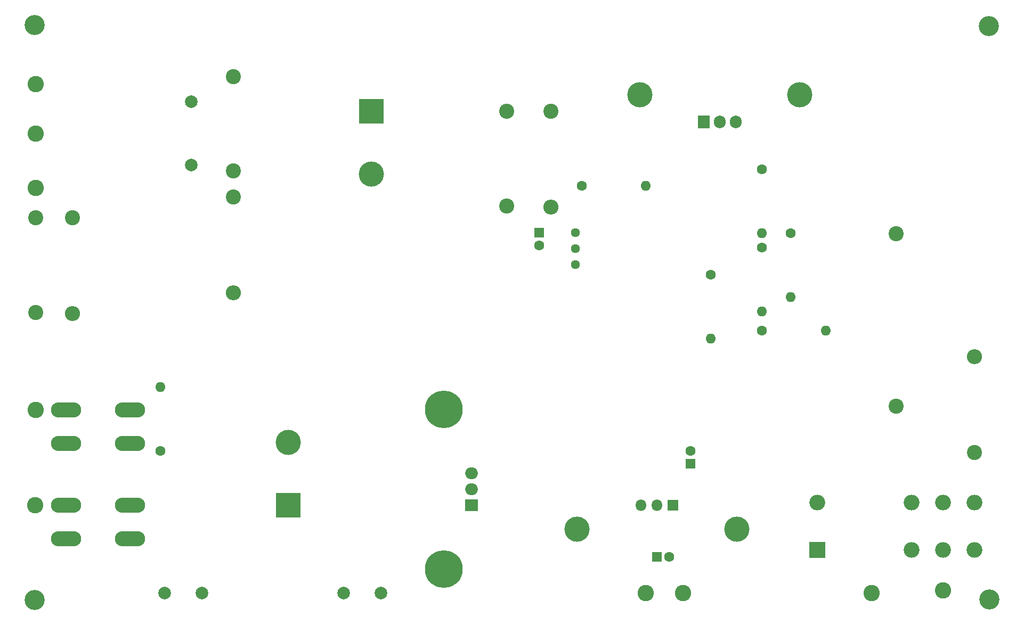
<source format=gbr>
G04 #@! TF.GenerationSoftware,KiCad,Pcbnew,(5.1.10-0-10_14)*
G04 #@! TF.CreationDate,2021-08-01T17:51:31+02:00*
G04 #@! TF.ProjectId,hv-power-supply-v1,68762d70-6f77-4657-922d-737570706c79,rev?*
G04 #@! TF.SameCoordinates,Original*
G04 #@! TF.FileFunction,Soldermask,Bot*
G04 #@! TF.FilePolarity,Negative*
%FSLAX46Y46*%
G04 Gerber Fmt 4.6, Leading zero omitted, Abs format (unit mm)*
G04 Created by KiCad (PCBNEW (5.1.10-0-10_14)) date 2021-08-01 17:51:31*
%MOMM*%
%LPD*%
G01*
G04 APERTURE LIST*
%ADD10O,1.600000X1.600000*%
%ADD11C,1.600000*%
%ADD12C,2.400000*%
%ADD13O,2.400000X2.400000*%
%ADD14C,2.000000*%
%ADD15C,6.000000*%
%ADD16C,4.000000*%
%ADD17R,4.000000X4.000000*%
%ADD18R,2.000000X1.905000*%
%ADD19O,2.000000X1.905000*%
%ADD20O,4.800600X2.400300*%
%ADD21R,1.600000X1.600000*%
%ADD22O,1.905000X2.000000*%
%ADD23R,1.905000X2.000000*%
%ADD24C,2.600000*%
%ADD25C,1.440000*%
%ADD26O,2.500000X2.500000*%
%ADD27R,2.500000X2.500000*%
%ADD28R,1.800000X1.800000*%
%ADD29O,1.800000X1.800000*%
%ADD30C,3.200000*%
G04 APERTURE END LIST*
D10*
X79184500Y-106997500D03*
D11*
X79184500Y-117157500D03*
D12*
X90805000Y-57594500D03*
X90805000Y-72594500D03*
X196088000Y-110050000D03*
X196088000Y-82550000D03*
D13*
X90779600Y-91948000D03*
D12*
X90779600Y-76708000D03*
D14*
X84124800Y-61620400D03*
X84124800Y-71620400D03*
D15*
X124206000Y-135890000D03*
X124206000Y-110490000D03*
D16*
X99504500Y-115753000D03*
D17*
X99504500Y-125753000D03*
D18*
X128613000Y-125753000D03*
D19*
X128613000Y-123213000D03*
X128613000Y-120673000D03*
D16*
X155410000Y-60475000D03*
X180810000Y-60475000D03*
X145377000Y-129563000D03*
X170777000Y-129563000D03*
D13*
X208597500Y-102108000D03*
D12*
X208597500Y-117348000D03*
D20*
X64224000Y-110640000D03*
X74384000Y-110640000D03*
X74384000Y-131087000D03*
X64224000Y-131087000D03*
X74384000Y-125753000D03*
X64224000Y-125753000D03*
X64224000Y-115974000D03*
X74384000Y-115974000D03*
D11*
X163411000Y-117149000D03*
D21*
X163411000Y-119149000D03*
D13*
X65214500Y-95313500D03*
D12*
X65214500Y-80073500D03*
D10*
X166649500Y-99273500D03*
D11*
X166649500Y-89113500D03*
D10*
X156337000Y-74930000D03*
D11*
X146177000Y-74930000D03*
D10*
X174777500Y-82509500D03*
D11*
X174777500Y-72349500D03*
D22*
X170650000Y-64793000D03*
X168110000Y-64793000D03*
D23*
X165570000Y-64793000D03*
D24*
X162268000Y-139723000D03*
X156299000Y-139723000D03*
X59398000Y-110640000D03*
X59271000Y-125753000D03*
X59398000Y-75334000D03*
X59398000Y-66698000D03*
X59398000Y-58824000D03*
D11*
X160077000Y-134008000D03*
D21*
X158077000Y-134008000D03*
D25*
X145186500Y-87526000D03*
X145186500Y-84986000D03*
X145186500Y-82446000D03*
D26*
X183578500Y-125342000D03*
X198578500Y-125342000D03*
X203578500Y-125342000D03*
X208578500Y-125342000D03*
X208578500Y-132842000D03*
X203578500Y-132842000D03*
X198578500Y-132842000D03*
D27*
X183578500Y-132842000D03*
D10*
X179349500Y-92669500D03*
D11*
X179349500Y-82509500D03*
D13*
X141274800Y-78384400D03*
D12*
X141274800Y-63144400D03*
D10*
X184937500Y-98003500D03*
D11*
X174777500Y-98003500D03*
D10*
X174777500Y-94955500D03*
D11*
X174777500Y-84795500D03*
D14*
X108293000Y-139723000D03*
X114262000Y-139723000D03*
X79845000Y-139723000D03*
X85814000Y-139723000D03*
D24*
X192240000Y-139723000D03*
X203543000Y-139342000D03*
D11*
X139382500Y-84423000D03*
D21*
X139382500Y-82423000D03*
D12*
X134213600Y-63144400D03*
X134213600Y-78144400D03*
D16*
X112712500Y-73119000D03*
D17*
X112712500Y-63119000D03*
D12*
X59372500Y-95073500D03*
X59372500Y-80073500D03*
D28*
X160617000Y-125753000D03*
D29*
X158077000Y-125753000D03*
X155537000Y-125753000D03*
D30*
X210947000Y-140716000D03*
X59182000Y-140843000D03*
X210820000Y-49530000D03*
X59182000Y-49403000D03*
M02*

</source>
